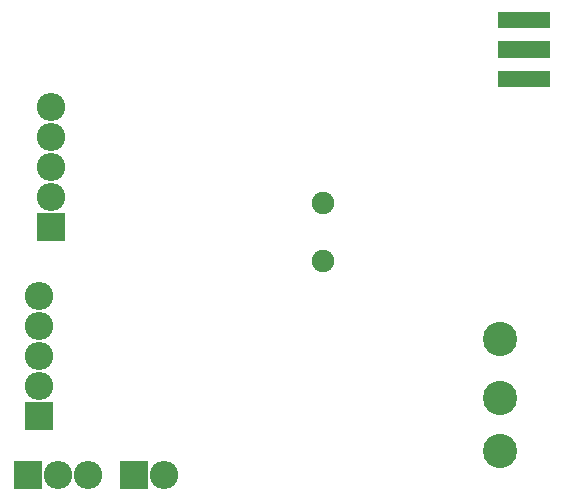
<source format=gbr>
G04 #@! TF.FileFunction,Soldermask,Bot*
%FSLAX46Y46*%
G04 Gerber Fmt 4.6, Leading zero omitted, Abs format (unit mm)*
G04 Created by KiCad (PCBNEW 4.0.2-stable) date 2/24/2017 09:05:39*
%MOMM*%
G01*
G04 APERTURE LIST*
%ADD10C,0.100000*%
%ADD11O,2.398980X2.398980*%
%ADD12R,2.398980X2.398980*%
%ADD13C,2.899360*%
%ADD14C,1.900000*%
G04 APERTURE END LIST*
D10*
D11*
X200080000Y-70000000D03*
D12*
X195000000Y-70000000D03*
D11*
X197540000Y-70000000D03*
D13*
X235000000Y-58500000D03*
D11*
X206540000Y-70000000D03*
D12*
X204000000Y-70000000D03*
D10*
G36*
X234800000Y-30800000D02*
X239200000Y-30800000D01*
X239200000Y-32200000D01*
X234800000Y-32200000D01*
X234800000Y-30800000D01*
X234800000Y-30800000D01*
G37*
G36*
X234800000Y-33300000D02*
X239200000Y-33300000D01*
X239200000Y-34700000D01*
X234800000Y-34700000D01*
X234800000Y-33300000D01*
X234800000Y-33300000D01*
G37*
G36*
X234800000Y-35800000D02*
X239200000Y-35800000D01*
X239200000Y-37200000D01*
X234800000Y-37200000D01*
X234800000Y-35800000D01*
X234800000Y-35800000D01*
G37*
D11*
X196000000Y-57380000D03*
D12*
X196000000Y-65000000D03*
D11*
X196000000Y-62460000D03*
X196000000Y-59920000D03*
X196000000Y-54840000D03*
D13*
X235000000Y-68000000D03*
X235000000Y-63500000D03*
D11*
X197000000Y-41380000D03*
D12*
X197000000Y-49000000D03*
D11*
X197000000Y-46460000D03*
X197000000Y-43920000D03*
X197000000Y-38840000D03*
D14*
X220000000Y-47000000D03*
X220000000Y-51880000D03*
M02*

</source>
